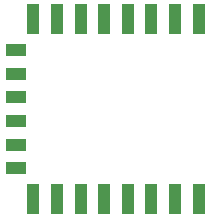
<source format=gbr>
%TF.GenerationSoftware,KiCad,Pcbnew,5.1.5+dfsg1-2build2*%
%TF.CreationDate,2021-07-18T22:40:15+02:00*%
%TF.ProjectId,wb2s,77623273-2e6b-4696-9361-645f70636258,rev?*%
%TF.SameCoordinates,Original*%
%TF.FileFunction,Paste,Top*%
%TF.FilePolarity,Positive*%
%FSLAX46Y46*%
G04 Gerber Fmt 4.6, Leading zero omitted, Abs format (unit mm)*
G04 Created by KiCad (PCBNEW 5.1.5+dfsg1-2build2) date 2021-07-18 22:40:15*
%MOMM*%
%LPD*%
G04 APERTURE LIST*
%ADD10R,1.000000X2.500000*%
%ADD11R,1.800000X1.000000*%
G04 APERTURE END LIST*
D10*
%TO.C,U1*%
X102052000Y-107335000D03*
X100052000Y-107335000D03*
X98052000Y-107335000D03*
X96052000Y-107335000D03*
X94052000Y-107335000D03*
X92052000Y-107335000D03*
X90052000Y-107335000D03*
X88052000Y-107335000D03*
D11*
X86552000Y-109935000D03*
X86552000Y-111935000D03*
X86552000Y-113935000D03*
X86552000Y-115935000D03*
X86552000Y-117935000D03*
X86552000Y-119935000D03*
D10*
X88052000Y-122535000D03*
X90052000Y-122535000D03*
X92052000Y-122535000D03*
X94052000Y-122535000D03*
X96052000Y-122535000D03*
X98052000Y-122535000D03*
X100052000Y-122535000D03*
X102052000Y-122535000D03*
%TD*%
M02*

</source>
